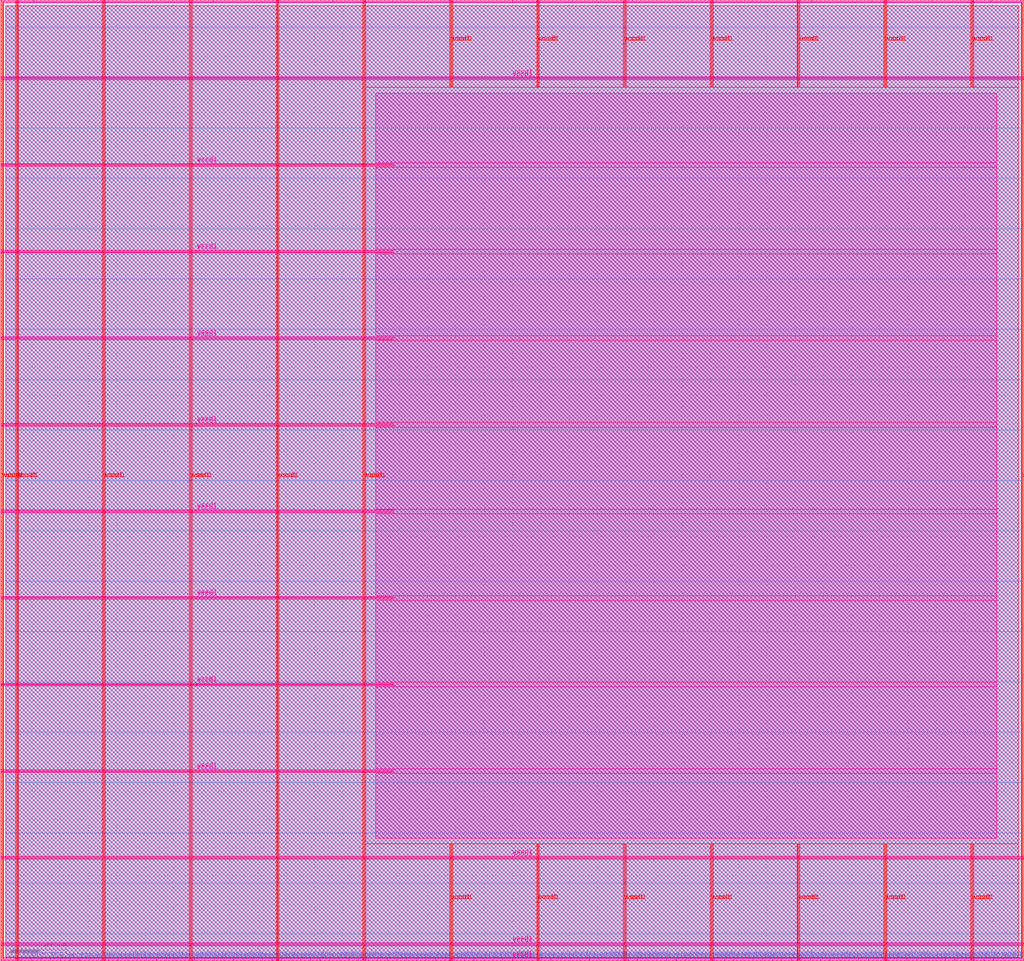
<source format=lef>
VERSION 5.7 ;
  NOWIREEXTENSIONATPIN ON ;
  DIVIDERCHAR "/" ;
  BUSBITCHARS "[]" ;
MACRO top_wrapper
  CLASS BLOCK ;
  FOREIGN top_wrapper ;
  ORIGIN 0.000 0.000 ;
  SIZE 1800.000 BY 1700.000 ;
  PIN ADC_OUT_OBS[0]
    DIRECTION OUTPUT ;
    USE SIGNAL ;
    PORT
      LAYER met3 ;
        RECT 1796.000 1472.920 1800.000 1473.520 ;
    END
  END ADC_OUT_OBS[0]
  PIN ADC_OUT_OBS[1]
    DIRECTION OUTPUT ;
    USE SIGNAL ;
    PORT
      LAYER met3 ;
        RECT 1796.000 1562.000 1800.000 1562.600 ;
    END
  END ADC_OUT_OBS[1]
  PIN ADC_OUT_OBS[2]
    DIRECTION OUTPUT ;
    USE SIGNAL ;
    PORT
      LAYER met3 ;
        RECT 1796.000 1651.080 1800.000 1651.680 ;
    END
  END ADC_OUT_OBS[2]
  PIN BL0
    DIRECTION INOUT ;
    USE SIGNAL ;
    PORT
      LAYER met2 ;
        RECT 1767.870 0.000 1768.150 4.000 ;
    END
  END BL0
  PIN CSA[0]
    DIRECTION OUTPUT ;
    USE SIGNAL ;
    PORT
      LAYER met3 ;
        RECT 1796.000 47.640 1800.000 48.240 ;
    END
  END CSA[0]
  PIN CSA[10]
    DIRECTION OUTPUT ;
    USE SIGNAL ;
    PORT
      LAYER met3 ;
        RECT 1796.000 938.440 1800.000 939.040 ;
    END
  END CSA[10]
  PIN CSA[11]
    DIRECTION OUTPUT ;
    USE SIGNAL ;
    PORT
      LAYER met3 ;
        RECT 1796.000 1027.520 1800.000 1028.120 ;
    END
  END CSA[11]
  PIN CSA[12]
    DIRECTION OUTPUT ;
    USE SIGNAL ;
    PORT
      LAYER met3 ;
        RECT 1796.000 1116.600 1800.000 1117.200 ;
    END
  END CSA[12]
  PIN CSA[13]
    DIRECTION OUTPUT ;
    USE SIGNAL ;
    PORT
      LAYER met3 ;
        RECT 1796.000 1205.680 1800.000 1206.280 ;
    END
  END CSA[13]
  PIN CSA[14]
    DIRECTION OUTPUT ;
    USE SIGNAL ;
    PORT
      LAYER met3 ;
        RECT 1796.000 1294.760 1800.000 1295.360 ;
    END
  END CSA[14]
  PIN CSA[15]
    DIRECTION OUTPUT ;
    USE SIGNAL ;
    PORT
      LAYER met3 ;
        RECT 1796.000 1383.840 1800.000 1384.440 ;
    END
  END CSA[15]
  PIN CSA[1]
    DIRECTION OUTPUT ;
    USE SIGNAL ;
    PORT
      LAYER met3 ;
        RECT 1796.000 136.720 1800.000 137.320 ;
    END
  END CSA[1]
  PIN CSA[2]
    DIRECTION OUTPUT ;
    USE SIGNAL ;
    PORT
      LAYER met3 ;
        RECT 1796.000 225.800 1800.000 226.400 ;
    END
  END CSA[2]
  PIN CSA[3]
    DIRECTION OUTPUT ;
    USE SIGNAL ;
    PORT
      LAYER met3 ;
        RECT 1796.000 314.880 1800.000 315.480 ;
    END
  END CSA[3]
  PIN CSA[4]
    DIRECTION OUTPUT ;
    USE SIGNAL ;
    PORT
      LAYER met3 ;
        RECT 1796.000 403.960 1800.000 404.560 ;
    END
  END CSA[4]
  PIN CSA[5]
    DIRECTION OUTPUT ;
    USE SIGNAL ;
    PORT
      LAYER met3 ;
        RECT 1796.000 493.040 1800.000 493.640 ;
    END
  END CSA[5]
  PIN CSA[6]
    DIRECTION OUTPUT ;
    USE SIGNAL ;
    PORT
      LAYER met3 ;
        RECT 1796.000 582.120 1800.000 582.720 ;
    END
  END CSA[6]
  PIN CSA[7]
    DIRECTION OUTPUT ;
    USE SIGNAL ;
    PORT
      LAYER met3 ;
        RECT 1796.000 671.200 1800.000 671.800 ;
    END
  END CSA[7]
  PIN CSA[8]
    DIRECTION OUTPUT ;
    USE SIGNAL ;
    PORT
      LAYER met3 ;
        RECT 1796.000 760.280 1800.000 760.880 ;
    END
  END CSA[8]
  PIN CSA[9]
    DIRECTION OUTPUT ;
    USE SIGNAL ;
    PORT
      LAYER met3 ;
        RECT 1796.000 849.360 1800.000 849.960 ;
    END
  END CSA[9]
  PIN REF_CSA
    DIRECTION INOUT ;
    USE SIGNAL ;
    PORT
      LAYER met2 ;
        RECT 1640.450 1696.000 1640.730 1700.000 ;
    END
  END REF_CSA
  PIN SL0
    DIRECTION INOUT ;
    USE SIGNAL ;
    PORT
      LAYER met2 ;
        RECT 1733.830 0.000 1734.110 4.000 ;
    END
  END SL0
  PIN V0_REF_ADC
    DIRECTION INOUT ;
    USE SIGNAL ;
    PORT
      LAYER met2 ;
        RECT 1323.050 1696.000 1323.330 1700.000 ;
    END
  END V0_REF_ADC
  PIN V1_BL
    DIRECTION INOUT ;
    USE SIGNAL ;
    PORT
      LAYER met2 ;
        RECT 899.850 1696.000 900.130 1700.000 ;
    END
  END V1_BL
  PIN V1_REF_ADC
    DIRECTION INOUT ;
    USE SIGNAL ;
    PORT
      LAYER met2 ;
        RECT 1428.850 1696.000 1429.130 1700.000 ;
    END
  END V1_REF_ADC
  PIN V1_SL
    DIRECTION INOUT ;
    USE SIGNAL ;
    PORT
      LAYER met2 ;
        RECT 476.650 1696.000 476.930 1700.000 ;
    END
  END V1_SL
  PIN V1_WL
    DIRECTION INOUT ;
    USE SIGNAL ;
    PORT
      LAYER met2 ;
        RECT 53.450 1696.000 53.730 1700.000 ;
    END
  END V1_WL
  PIN V2_BL
    DIRECTION INOUT ;
    USE SIGNAL ;
    PORT
      LAYER met2 ;
        RECT 1005.650 1696.000 1005.930 1700.000 ;
    END
  END V2_BL
  PIN V2_REF_ADC
    DIRECTION INOUT ;
    USE SIGNAL ;
    PORT
      LAYER met2 ;
        RECT 1534.650 1696.000 1534.930 1700.000 ;
    END
  END V2_REF_ADC
  PIN V2_SL
    DIRECTION INOUT ;
    USE SIGNAL ;
    PORT
      LAYER met2 ;
        RECT 582.450 1696.000 582.730 1700.000 ;
    END
  END V2_SL
  PIN V2_WL
    DIRECTION INOUT ;
    USE SIGNAL ;
    PORT
      LAYER met2 ;
        RECT 159.250 1696.000 159.530 1700.000 ;
    END
  END V2_WL
  PIN V3_BL
    DIRECTION INOUT ;
    USE SIGNAL ;
    PORT
      LAYER met2 ;
        RECT 1111.450 1696.000 1111.730 1700.000 ;
    END
  END V3_BL
  PIN V3_SL
    DIRECTION INOUT ;
    USE SIGNAL ;
    PORT
      LAYER met2 ;
        RECT 688.250 1696.000 688.530 1700.000 ;
    END
  END V3_SL
  PIN V3_WL
    DIRECTION INOUT ;
    USE SIGNAL ;
    PORT
      LAYER met2 ;
        RECT 265.050 1696.000 265.330 1700.000 ;
    END
  END V3_WL
  PIN V4_BL
    DIRECTION INOUT ;
    USE SIGNAL ;
    PORT
      LAYER met2 ;
        RECT 1217.250 1696.000 1217.530 1700.000 ;
    END
  END V4_BL
  PIN V4_SL
    DIRECTION INOUT ;
    USE SIGNAL ;
    PORT
      LAYER met2 ;
        RECT 794.050 1696.000 794.330 1700.000 ;
    END
  END V4_SL
  PIN V4_WL
    DIRECTION INOUT ;
    USE SIGNAL ;
    PORT
      LAYER met2 ;
        RECT 370.850 1696.000 371.130 1700.000 ;
    END
  END V4_WL
  PIN VDD_PRE
    DIRECTION INOUT ;
    USE SIGNAL ;
    PORT
      LAYER met2 ;
        RECT 1746.250 1696.000 1746.530 1700.000 ;
    END
  END VDD_PRE
  PIN WL0
    DIRECTION INOUT ;
    USE SIGNAL ;
    PORT
      LAYER met2 ;
        RECT 1750.850 0.000 1751.130 4.000 ;
    END
  END WL0
  PIN clk
    DIRECTION INPUT ;
    USE SIGNAL ;
    PORT
      LAYER met2 ;
        RECT 48.850 0.000 49.130 4.000 ;
    END
  END clk
  PIN enable_IM
    DIRECTION INPUT ;
    USE SIGNAL ;
    PORT
      LAYER met2 ;
        RECT 31.830 0.000 32.110 4.000 ;
    END
  END enable_IM
  PIN rst
    DIRECTION INPUT ;
    USE SIGNAL ;
    PORT
      LAYER met2 ;
        RECT 65.870 0.000 66.150 4.000 ;
    END
  END rst
  PIN vccd1
    DIRECTION INOUT ;
    USE POWER ;
    PORT
      LAYER met4 ;
        RECT -2.080 3.280 -0.480 1696.720 ;
    END
    PORT
      LAYER met5 ;
        RECT -2.080 3.280 1802.060 4.880 ;
    END
    PORT
      LAYER met5 ;
        RECT -2.080 1695.120 1802.060 1696.720 ;
    END
    PORT
      LAYER met4 ;
        RECT 1800.460 3.280 1802.060 1696.720 ;
    END
    PORT
      LAYER met4 ;
        RECT 21.040 -0.020 22.640 1700.020 ;
    END
    PORT
      LAYER met4 ;
        RECT 174.640 -0.020 176.240 1700.020 ;
    END
    PORT
      LAYER met4 ;
        RECT 328.240 -0.020 329.840 1700.020 ;
    END
    PORT
      LAYER met4 ;
        RECT 481.840 -0.020 483.440 1700.020 ;
    END
    PORT
      LAYER met4 ;
        RECT 635.440 -0.020 637.040 1700.020 ;
    END
    PORT
      LAYER met4 ;
        RECT 789.040 -0.020 790.640 206.780 ;
    END
    PORT
      LAYER met4 ;
        RECT 789.040 1545.180 790.640 1700.020 ;
    END
    PORT
      LAYER met4 ;
        RECT 942.640 -0.020 944.240 206.780 ;
    END
    PORT
      LAYER met4 ;
        RECT 942.640 1545.180 944.240 1700.020 ;
    END
    PORT
      LAYER met4 ;
        RECT 1096.240 -0.020 1097.840 206.780 ;
    END
    PORT
      LAYER met4 ;
        RECT 1096.240 1545.180 1097.840 1700.020 ;
    END
    PORT
      LAYER met4 ;
        RECT 1249.840 -0.020 1251.440 206.780 ;
    END
    PORT
      LAYER met4 ;
        RECT 1249.840 1545.180 1251.440 1700.020 ;
    END
    PORT
      LAYER met4 ;
        RECT 1403.440 -0.020 1405.040 206.780 ;
    END
    PORT
      LAYER met4 ;
        RECT 1403.440 1545.180 1405.040 1700.020 ;
    END
    PORT
      LAYER met4 ;
        RECT 1557.040 -0.020 1558.640 206.780 ;
    END
    PORT
      LAYER met4 ;
        RECT 1557.040 1545.180 1558.640 1700.020 ;
    END
    PORT
      LAYER met4 ;
        RECT 1710.640 -0.020 1712.240 206.780 ;
    END
    PORT
      LAYER met4 ;
        RECT 1710.640 1545.180 1712.240 1700.020 ;
    END
    PORT
      LAYER met5 ;
        RECT -5.380 26.730 1805.360 28.330 ;
    END
    PORT
      LAYER met5 ;
        RECT -5.380 179.910 1805.360 181.510 ;
    END
    PORT
      LAYER met5 ;
        RECT -5.380 333.090 688.340 334.690 ;
    END
    PORT
      LAYER met5 ;
        RECT -5.380 486.270 688.340 487.870 ;
    END
    PORT
      LAYER met5 ;
        RECT -5.380 639.450 688.340 641.050 ;
    END
    PORT
      LAYER met5 ;
        RECT -5.380 792.630 688.340 794.230 ;
    END
    PORT
      LAYER met5 ;
        RECT -5.380 945.810 688.340 947.410 ;
    END
    PORT
      LAYER met5 ;
        RECT -5.380 1098.990 688.340 1100.590 ;
    END
    PORT
      LAYER met5 ;
        RECT -5.380 1252.170 688.340 1253.770 ;
    END
    PORT
      LAYER met5 ;
        RECT -5.380 1405.350 688.340 1406.950 ;
    END
    PORT
      LAYER met5 ;
        RECT -5.380 1558.530 1805.360 1560.130 ;
    END
  END vccd1
  PIN vssd1
    DIRECTION INOUT ;
    USE GROUND ;
    PORT
      LAYER met4 ;
        RECT -5.380 -0.020 -3.780 1700.020 ;
    END
    PORT
      LAYER met5 ;
        RECT -5.380 -0.020 1805.360 1.580 ;
    END
    PORT
      LAYER met5 ;
        RECT -5.380 1698.420 1805.360 1700.020 ;
    END
    PORT
      LAYER met4 ;
        RECT 1803.760 -0.020 1805.360 1700.020 ;
    END
    PORT
      LAYER met4 ;
        RECT 24.340 -0.020 25.940 1700.020 ;
    END
    PORT
      LAYER met4 ;
        RECT 177.940 -0.020 179.540 1700.020 ;
    END
    PORT
      LAYER met4 ;
        RECT 331.540 -0.020 333.140 1700.020 ;
    END
    PORT
      LAYER met4 ;
        RECT 485.140 -0.020 486.740 1700.020 ;
    END
    PORT
      LAYER met4 ;
        RECT 638.740 -0.020 640.340 1700.020 ;
    END
    PORT
      LAYER met4 ;
        RECT 792.340 -0.020 793.940 206.780 ;
    END
    PORT
      LAYER met4 ;
        RECT 792.340 1545.180 793.940 1700.020 ;
    END
    PORT
      LAYER met4 ;
        RECT 945.940 -0.020 947.540 206.780 ;
    END
    PORT
      LAYER met4 ;
        RECT 945.940 1545.180 947.540 1700.020 ;
    END
    PORT
      LAYER met4 ;
        RECT 1099.540 -0.020 1101.140 206.780 ;
    END
    PORT
      LAYER met4 ;
        RECT 1099.540 1545.180 1101.140 1700.020 ;
    END
    PORT
      LAYER met4 ;
        RECT 1253.140 -0.020 1254.740 206.780 ;
    END
    PORT
      LAYER met4 ;
        RECT 1253.140 1545.180 1254.740 1700.020 ;
    END
    PORT
      LAYER met4 ;
        RECT 1406.740 -0.020 1408.340 206.780 ;
    END
    PORT
      LAYER met4 ;
        RECT 1406.740 1545.180 1408.340 1700.020 ;
    END
    PORT
      LAYER met4 ;
        RECT 1560.340 -0.020 1561.940 206.780 ;
    END
    PORT
      LAYER met4 ;
        RECT 1560.340 1545.180 1561.940 1700.020 ;
    END
    PORT
      LAYER met4 ;
        RECT 1713.940 -0.020 1715.540 206.780 ;
    END
    PORT
      LAYER met4 ;
        RECT 1713.940 1545.180 1715.540 1700.020 ;
    END
    PORT
      LAYER met5 ;
        RECT -5.380 30.030 1805.360 31.630 ;
    END
    PORT
      LAYER met5 ;
        RECT -5.380 183.210 1805.360 184.810 ;
    END
    PORT
      LAYER met5 ;
        RECT -5.380 336.390 688.340 337.990 ;
    END
    PORT
      LAYER met5 ;
        RECT -5.380 489.570 688.340 491.170 ;
    END
    PORT
      LAYER met5 ;
        RECT -5.380 642.750 688.340 644.350 ;
    END
    PORT
      LAYER met5 ;
        RECT -5.380 795.930 688.340 797.530 ;
    END
    PORT
      LAYER met5 ;
        RECT -5.380 949.110 688.340 950.710 ;
    END
    PORT
      LAYER met5 ;
        RECT -5.380 1102.290 688.340 1103.890 ;
    END
    PORT
      LAYER met5 ;
        RECT -5.380 1255.470 688.340 1257.070 ;
    END
    PORT
      LAYER met5 ;
        RECT -5.380 1408.650 688.340 1410.250 ;
    END
    PORT
      LAYER met5 ;
        RECT -5.380 1561.830 1805.360 1563.430 ;
    END
  END vssd1
  PIN wbs_we_i
    DIRECTION INPUT ;
    USE SIGNAL ;
    PORT
      LAYER met2 ;
        RECT 82.890 0.000 83.170 4.000 ;
    END
  END wbs_we_i
  PIN wishbone_address_bus[0]
    DIRECTION INPUT ;
    USE SIGNAL ;
    PORT
      LAYER met2 ;
        RECT 99.910 0.000 100.190 4.000 ;
    END
  END wishbone_address_bus[0]
  PIN wishbone_address_bus[10]
    DIRECTION INPUT ;
    USE SIGNAL ;
    PORT
      LAYER met2 ;
        RECT 610.510 0.000 610.790 4.000 ;
    END
  END wishbone_address_bus[10]
  PIN wishbone_address_bus[11]
    DIRECTION INPUT ;
    USE SIGNAL ;
    PORT
      LAYER met2 ;
        RECT 661.570 0.000 661.850 4.000 ;
    END
  END wishbone_address_bus[11]
  PIN wishbone_address_bus[12]
    DIRECTION INPUT ;
    USE SIGNAL ;
    PORT
      LAYER met2 ;
        RECT 712.630 0.000 712.910 4.000 ;
    END
  END wishbone_address_bus[12]
  PIN wishbone_address_bus[13]
    DIRECTION INPUT ;
    USE SIGNAL ;
    PORT
      LAYER met2 ;
        RECT 763.690 0.000 763.970 4.000 ;
    END
  END wishbone_address_bus[13]
  PIN wishbone_address_bus[14]
    DIRECTION INPUT ;
    USE SIGNAL ;
    PORT
      LAYER met2 ;
        RECT 814.750 0.000 815.030 4.000 ;
    END
  END wishbone_address_bus[14]
  PIN wishbone_address_bus[15]
    DIRECTION INPUT ;
    USE SIGNAL ;
    PORT
      LAYER met2 ;
        RECT 865.810 0.000 866.090 4.000 ;
    END
  END wishbone_address_bus[15]
  PIN wishbone_address_bus[16]
    DIRECTION INPUT ;
    USE SIGNAL ;
    PORT
      LAYER met2 ;
        RECT 916.870 0.000 917.150 4.000 ;
    END
  END wishbone_address_bus[16]
  PIN wishbone_address_bus[17]
    DIRECTION INPUT ;
    USE SIGNAL ;
    PORT
      LAYER met2 ;
        RECT 967.930 0.000 968.210 4.000 ;
    END
  END wishbone_address_bus[17]
  PIN wishbone_address_bus[18]
    DIRECTION INPUT ;
    USE SIGNAL ;
    PORT
      LAYER met2 ;
        RECT 1018.990 0.000 1019.270 4.000 ;
    END
  END wishbone_address_bus[18]
  PIN wishbone_address_bus[19]
    DIRECTION INPUT ;
    USE SIGNAL ;
    PORT
      LAYER met2 ;
        RECT 1070.050 0.000 1070.330 4.000 ;
    END
  END wishbone_address_bus[19]
  PIN wishbone_address_bus[1]
    DIRECTION INPUT ;
    USE SIGNAL ;
    PORT
      LAYER met2 ;
        RECT 150.970 0.000 151.250 4.000 ;
    END
  END wishbone_address_bus[1]
  PIN wishbone_address_bus[20]
    DIRECTION INPUT ;
    USE SIGNAL ;
    PORT
      LAYER met2 ;
        RECT 1121.110 0.000 1121.390 4.000 ;
    END
  END wishbone_address_bus[20]
  PIN wishbone_address_bus[21]
    DIRECTION INPUT ;
    USE SIGNAL ;
    PORT
      LAYER met2 ;
        RECT 1172.170 0.000 1172.450 4.000 ;
    END
  END wishbone_address_bus[21]
  PIN wishbone_address_bus[22]
    DIRECTION INPUT ;
    USE SIGNAL ;
    PORT
      LAYER met2 ;
        RECT 1223.230 0.000 1223.510 4.000 ;
    END
  END wishbone_address_bus[22]
  PIN wishbone_address_bus[23]
    DIRECTION INPUT ;
    USE SIGNAL ;
    PORT
      LAYER met2 ;
        RECT 1274.290 0.000 1274.570 4.000 ;
    END
  END wishbone_address_bus[23]
  PIN wishbone_address_bus[24]
    DIRECTION INPUT ;
    USE SIGNAL ;
    PORT
      LAYER met2 ;
        RECT 1325.350 0.000 1325.630 4.000 ;
    END
  END wishbone_address_bus[24]
  PIN wishbone_address_bus[25]
    DIRECTION INPUT ;
    USE SIGNAL ;
    PORT
      LAYER met2 ;
        RECT 1376.410 0.000 1376.690 4.000 ;
    END
  END wishbone_address_bus[25]
  PIN wishbone_address_bus[26]
    DIRECTION INPUT ;
    USE SIGNAL ;
    PORT
      LAYER met2 ;
        RECT 1427.470 0.000 1427.750 4.000 ;
    END
  END wishbone_address_bus[26]
  PIN wishbone_address_bus[27]
    DIRECTION INPUT ;
    USE SIGNAL ;
    PORT
      LAYER met2 ;
        RECT 1478.530 0.000 1478.810 4.000 ;
    END
  END wishbone_address_bus[27]
  PIN wishbone_address_bus[28]
    DIRECTION INPUT ;
    USE SIGNAL ;
    PORT
      LAYER met2 ;
        RECT 1529.590 0.000 1529.870 4.000 ;
    END
  END wishbone_address_bus[28]
  PIN wishbone_address_bus[29]
    DIRECTION INPUT ;
    USE SIGNAL ;
    PORT
      LAYER met2 ;
        RECT 1580.650 0.000 1580.930 4.000 ;
    END
  END wishbone_address_bus[29]
  PIN wishbone_address_bus[2]
    DIRECTION INPUT ;
    USE SIGNAL ;
    PORT
      LAYER met2 ;
        RECT 202.030 0.000 202.310 4.000 ;
    END
  END wishbone_address_bus[2]
  PIN wishbone_address_bus[30]
    DIRECTION INPUT ;
    USE SIGNAL ;
    PORT
      LAYER met2 ;
        RECT 1631.710 0.000 1631.990 4.000 ;
    END
  END wishbone_address_bus[30]
  PIN wishbone_address_bus[31]
    DIRECTION INPUT ;
    USE SIGNAL ;
    PORT
      LAYER met2 ;
        RECT 1682.770 0.000 1683.050 4.000 ;
    END
  END wishbone_address_bus[31]
  PIN wishbone_address_bus[3]
    DIRECTION INPUT ;
    USE SIGNAL ;
    PORT
      LAYER met2 ;
        RECT 253.090 0.000 253.370 4.000 ;
    END
  END wishbone_address_bus[3]
  PIN wishbone_address_bus[4]
    DIRECTION INPUT ;
    USE SIGNAL ;
    PORT
      LAYER met2 ;
        RECT 304.150 0.000 304.430 4.000 ;
    END
  END wishbone_address_bus[4]
  PIN wishbone_address_bus[5]
    DIRECTION INPUT ;
    USE SIGNAL ;
    PORT
      LAYER met2 ;
        RECT 355.210 0.000 355.490 4.000 ;
    END
  END wishbone_address_bus[5]
  PIN wishbone_address_bus[6]
    DIRECTION INPUT ;
    USE SIGNAL ;
    PORT
      LAYER met2 ;
        RECT 406.270 0.000 406.550 4.000 ;
    END
  END wishbone_address_bus[6]
  PIN wishbone_address_bus[7]
    DIRECTION INPUT ;
    USE SIGNAL ;
    PORT
      LAYER met2 ;
        RECT 457.330 0.000 457.610 4.000 ;
    END
  END wishbone_address_bus[7]
  PIN wishbone_address_bus[8]
    DIRECTION INPUT ;
    USE SIGNAL ;
    PORT
      LAYER met2 ;
        RECT 508.390 0.000 508.670 4.000 ;
    END
  END wishbone_address_bus[8]
  PIN wishbone_address_bus[9]
    DIRECTION INPUT ;
    USE SIGNAL ;
    PORT
      LAYER met2 ;
        RECT 559.450 0.000 559.730 4.000 ;
    END
  END wishbone_address_bus[9]
  PIN wishbone_data_in[0]
    DIRECTION INPUT ;
    USE SIGNAL ;
    PORT
      LAYER met2 ;
        RECT 116.930 0.000 117.210 4.000 ;
    END
  END wishbone_data_in[0]
  PIN wishbone_data_in[10]
    DIRECTION INPUT ;
    USE SIGNAL ;
    PORT
      LAYER met2 ;
        RECT 627.530 0.000 627.810 4.000 ;
    END
  END wishbone_data_in[10]
  PIN wishbone_data_in[11]
    DIRECTION INPUT ;
    USE SIGNAL ;
    PORT
      LAYER met2 ;
        RECT 678.590 0.000 678.870 4.000 ;
    END
  END wishbone_data_in[11]
  PIN wishbone_data_in[12]
    DIRECTION INPUT ;
    USE SIGNAL ;
    PORT
      LAYER met2 ;
        RECT 729.650 0.000 729.930 4.000 ;
    END
  END wishbone_data_in[12]
  PIN wishbone_data_in[13]
    DIRECTION INPUT ;
    USE SIGNAL ;
    PORT
      LAYER met2 ;
        RECT 780.710 0.000 780.990 4.000 ;
    END
  END wishbone_data_in[13]
  PIN wishbone_data_in[14]
    DIRECTION INPUT ;
    USE SIGNAL ;
    PORT
      LAYER met2 ;
        RECT 831.770 0.000 832.050 4.000 ;
    END
  END wishbone_data_in[14]
  PIN wishbone_data_in[15]
    DIRECTION INPUT ;
    USE SIGNAL ;
    PORT
      LAYER met2 ;
        RECT 882.830 0.000 883.110 4.000 ;
    END
  END wishbone_data_in[15]
  PIN wishbone_data_in[16]
    DIRECTION INPUT ;
    USE SIGNAL ;
    PORT
      LAYER met2 ;
        RECT 933.890 0.000 934.170 4.000 ;
    END
  END wishbone_data_in[16]
  PIN wishbone_data_in[17]
    DIRECTION INPUT ;
    USE SIGNAL ;
    PORT
      LAYER met2 ;
        RECT 984.950 0.000 985.230 4.000 ;
    END
  END wishbone_data_in[17]
  PIN wishbone_data_in[18]
    DIRECTION INPUT ;
    USE SIGNAL ;
    PORT
      LAYER met2 ;
        RECT 1036.010 0.000 1036.290 4.000 ;
    END
  END wishbone_data_in[18]
  PIN wishbone_data_in[19]
    DIRECTION INPUT ;
    USE SIGNAL ;
    PORT
      LAYER met2 ;
        RECT 1087.070 0.000 1087.350 4.000 ;
    END
  END wishbone_data_in[19]
  PIN wishbone_data_in[1]
    DIRECTION INPUT ;
    USE SIGNAL ;
    PORT
      LAYER met2 ;
        RECT 167.990 0.000 168.270 4.000 ;
    END
  END wishbone_data_in[1]
  PIN wishbone_data_in[20]
    DIRECTION INPUT ;
    USE SIGNAL ;
    PORT
      LAYER met2 ;
        RECT 1138.130 0.000 1138.410 4.000 ;
    END
  END wishbone_data_in[20]
  PIN wishbone_data_in[21]
    DIRECTION INPUT ;
    USE SIGNAL ;
    PORT
      LAYER met2 ;
        RECT 1189.190 0.000 1189.470 4.000 ;
    END
  END wishbone_data_in[21]
  PIN wishbone_data_in[22]
    DIRECTION INPUT ;
    USE SIGNAL ;
    PORT
      LAYER met2 ;
        RECT 1240.250 0.000 1240.530 4.000 ;
    END
  END wishbone_data_in[22]
  PIN wishbone_data_in[23]
    DIRECTION INPUT ;
    USE SIGNAL ;
    PORT
      LAYER met2 ;
        RECT 1291.310 0.000 1291.590 4.000 ;
    END
  END wishbone_data_in[23]
  PIN wishbone_data_in[24]
    DIRECTION INPUT ;
    USE SIGNAL ;
    PORT
      LAYER met2 ;
        RECT 1342.370 0.000 1342.650 4.000 ;
    END
  END wishbone_data_in[24]
  PIN wishbone_data_in[25]
    DIRECTION INPUT ;
    USE SIGNAL ;
    PORT
      LAYER met2 ;
        RECT 1393.430 0.000 1393.710 4.000 ;
    END
  END wishbone_data_in[25]
  PIN wishbone_data_in[26]
    DIRECTION INPUT ;
    USE SIGNAL ;
    PORT
      LAYER met2 ;
        RECT 1444.490 0.000 1444.770 4.000 ;
    END
  END wishbone_data_in[26]
  PIN wishbone_data_in[27]
    DIRECTION INPUT ;
    USE SIGNAL ;
    PORT
      LAYER met2 ;
        RECT 1495.550 0.000 1495.830 4.000 ;
    END
  END wishbone_data_in[27]
  PIN wishbone_data_in[28]
    DIRECTION INPUT ;
    USE SIGNAL ;
    PORT
      LAYER met2 ;
        RECT 1546.610 0.000 1546.890 4.000 ;
    END
  END wishbone_data_in[28]
  PIN wishbone_data_in[29]
    DIRECTION INPUT ;
    USE SIGNAL ;
    PORT
      LAYER met2 ;
        RECT 1597.670 0.000 1597.950 4.000 ;
    END
  END wishbone_data_in[29]
  PIN wishbone_data_in[2]
    DIRECTION INPUT ;
    USE SIGNAL ;
    PORT
      LAYER met2 ;
        RECT 219.050 0.000 219.330 4.000 ;
    END
  END wishbone_data_in[2]
  PIN wishbone_data_in[30]
    DIRECTION INPUT ;
    USE SIGNAL ;
    PORT
      LAYER met2 ;
        RECT 1648.730 0.000 1649.010 4.000 ;
    END
  END wishbone_data_in[30]
  PIN wishbone_data_in[31]
    DIRECTION INPUT ;
    USE SIGNAL ;
    PORT
      LAYER met2 ;
        RECT 1699.790 0.000 1700.070 4.000 ;
    END
  END wishbone_data_in[31]
  PIN wishbone_data_in[3]
    DIRECTION INPUT ;
    USE SIGNAL ;
    PORT
      LAYER met2 ;
        RECT 270.110 0.000 270.390 4.000 ;
    END
  END wishbone_data_in[3]
  PIN wishbone_data_in[4]
    DIRECTION INPUT ;
    USE SIGNAL ;
    PORT
      LAYER met2 ;
        RECT 321.170 0.000 321.450 4.000 ;
    END
  END wishbone_data_in[4]
  PIN wishbone_data_in[5]
    DIRECTION INPUT ;
    USE SIGNAL ;
    PORT
      LAYER met2 ;
        RECT 372.230 0.000 372.510 4.000 ;
    END
  END wishbone_data_in[5]
  PIN wishbone_data_in[6]
    DIRECTION INPUT ;
    USE SIGNAL ;
    PORT
      LAYER met2 ;
        RECT 423.290 0.000 423.570 4.000 ;
    END
  END wishbone_data_in[6]
  PIN wishbone_data_in[7]
    DIRECTION INPUT ;
    USE SIGNAL ;
    PORT
      LAYER met2 ;
        RECT 474.350 0.000 474.630 4.000 ;
    END
  END wishbone_data_in[7]
  PIN wishbone_data_in[8]
    DIRECTION INPUT ;
    USE SIGNAL ;
    PORT
      LAYER met2 ;
        RECT 525.410 0.000 525.690 4.000 ;
    END
  END wishbone_data_in[8]
  PIN wishbone_data_in[9]
    DIRECTION INPUT ;
    USE SIGNAL ;
    PORT
      LAYER met2 ;
        RECT 576.470 0.000 576.750 4.000 ;
    END
  END wishbone_data_in[9]
  PIN wishbone_data_out[0]
    DIRECTION OUTPUT ;
    USE SIGNAL ;
    PORT
      LAYER met2 ;
        RECT 133.950 0.000 134.230 4.000 ;
    END
  END wishbone_data_out[0]
  PIN wishbone_data_out[10]
    DIRECTION OUTPUT ;
    USE SIGNAL ;
    PORT
      LAYER met2 ;
        RECT 644.550 0.000 644.830 4.000 ;
    END
  END wishbone_data_out[10]
  PIN wishbone_data_out[11]
    DIRECTION OUTPUT ;
    USE SIGNAL ;
    PORT
      LAYER met2 ;
        RECT 695.610 0.000 695.890 4.000 ;
    END
  END wishbone_data_out[11]
  PIN wishbone_data_out[12]
    DIRECTION OUTPUT ;
    USE SIGNAL ;
    PORT
      LAYER met2 ;
        RECT 746.670 0.000 746.950 4.000 ;
    END
  END wishbone_data_out[12]
  PIN wishbone_data_out[13]
    DIRECTION OUTPUT ;
    USE SIGNAL ;
    PORT
      LAYER met2 ;
        RECT 797.730 0.000 798.010 4.000 ;
    END
  END wishbone_data_out[13]
  PIN wishbone_data_out[14]
    DIRECTION OUTPUT ;
    USE SIGNAL ;
    PORT
      LAYER met2 ;
        RECT 848.790 0.000 849.070 4.000 ;
    END
  END wishbone_data_out[14]
  PIN wishbone_data_out[15]
    DIRECTION OUTPUT ;
    USE SIGNAL ;
    PORT
      LAYER met2 ;
        RECT 899.850 0.000 900.130 4.000 ;
    END
  END wishbone_data_out[15]
  PIN wishbone_data_out[16]
    DIRECTION OUTPUT ;
    USE SIGNAL ;
    PORT
      LAYER met2 ;
        RECT 950.910 0.000 951.190 4.000 ;
    END
  END wishbone_data_out[16]
  PIN wishbone_data_out[17]
    DIRECTION OUTPUT ;
    USE SIGNAL ;
    PORT
      LAYER met2 ;
        RECT 1001.970 0.000 1002.250 4.000 ;
    END
  END wishbone_data_out[17]
  PIN wishbone_data_out[18]
    DIRECTION OUTPUT ;
    USE SIGNAL ;
    PORT
      LAYER met2 ;
        RECT 1053.030 0.000 1053.310 4.000 ;
    END
  END wishbone_data_out[18]
  PIN wishbone_data_out[19]
    DIRECTION OUTPUT ;
    USE SIGNAL ;
    PORT
      LAYER met2 ;
        RECT 1104.090 0.000 1104.370 4.000 ;
    END
  END wishbone_data_out[19]
  PIN wishbone_data_out[1]
    DIRECTION OUTPUT ;
    USE SIGNAL ;
    PORT
      LAYER met2 ;
        RECT 185.010 0.000 185.290 4.000 ;
    END
  END wishbone_data_out[1]
  PIN wishbone_data_out[20]
    DIRECTION OUTPUT ;
    USE SIGNAL ;
    PORT
      LAYER met2 ;
        RECT 1155.150 0.000 1155.430 4.000 ;
    END
  END wishbone_data_out[20]
  PIN wishbone_data_out[21]
    DIRECTION OUTPUT ;
    USE SIGNAL ;
    PORT
      LAYER met2 ;
        RECT 1206.210 0.000 1206.490 4.000 ;
    END
  END wishbone_data_out[21]
  PIN wishbone_data_out[22]
    DIRECTION OUTPUT ;
    USE SIGNAL ;
    PORT
      LAYER met2 ;
        RECT 1257.270 0.000 1257.550 4.000 ;
    END
  END wishbone_data_out[22]
  PIN wishbone_data_out[23]
    DIRECTION OUTPUT ;
    USE SIGNAL ;
    PORT
      LAYER met2 ;
        RECT 1308.330 0.000 1308.610 4.000 ;
    END
  END wishbone_data_out[23]
  PIN wishbone_data_out[24]
    DIRECTION OUTPUT ;
    USE SIGNAL ;
    PORT
      LAYER met2 ;
        RECT 1359.390 0.000 1359.670 4.000 ;
    END
  END wishbone_data_out[24]
  PIN wishbone_data_out[25]
    DIRECTION OUTPUT ;
    USE SIGNAL ;
    PORT
      LAYER met2 ;
        RECT 1410.450 0.000 1410.730 4.000 ;
    END
  END wishbone_data_out[25]
  PIN wishbone_data_out[26]
    DIRECTION OUTPUT ;
    USE SIGNAL ;
    PORT
      LAYER met2 ;
        RECT 1461.510 0.000 1461.790 4.000 ;
    END
  END wishbone_data_out[26]
  PIN wishbone_data_out[27]
    DIRECTION OUTPUT ;
    USE SIGNAL ;
    PORT
      LAYER met2 ;
        RECT 1512.570 0.000 1512.850 4.000 ;
    END
  END wishbone_data_out[27]
  PIN wishbone_data_out[28]
    DIRECTION OUTPUT ;
    USE SIGNAL ;
    PORT
      LAYER met2 ;
        RECT 1563.630 0.000 1563.910 4.000 ;
    END
  END wishbone_data_out[28]
  PIN wishbone_data_out[29]
    DIRECTION OUTPUT ;
    USE SIGNAL ;
    PORT
      LAYER met2 ;
        RECT 1614.690 0.000 1614.970 4.000 ;
    END
  END wishbone_data_out[29]
  PIN wishbone_data_out[2]
    DIRECTION OUTPUT ;
    USE SIGNAL ;
    PORT
      LAYER met2 ;
        RECT 236.070 0.000 236.350 4.000 ;
    END
  END wishbone_data_out[2]
  PIN wishbone_data_out[30]
    DIRECTION OUTPUT ;
    USE SIGNAL ;
    PORT
      LAYER met2 ;
        RECT 1665.750 0.000 1666.030 4.000 ;
    END
  END wishbone_data_out[30]
  PIN wishbone_data_out[31]
    DIRECTION OUTPUT ;
    USE SIGNAL ;
    PORT
      LAYER met2 ;
        RECT 1716.810 0.000 1717.090 4.000 ;
    END
  END wishbone_data_out[31]
  PIN wishbone_data_out[3]
    DIRECTION OUTPUT ;
    USE SIGNAL ;
    PORT
      LAYER met2 ;
        RECT 287.130 0.000 287.410 4.000 ;
    END
  END wishbone_data_out[3]
  PIN wishbone_data_out[4]
    DIRECTION OUTPUT ;
    USE SIGNAL ;
    PORT
      LAYER met2 ;
        RECT 338.190 0.000 338.470 4.000 ;
    END
  END wishbone_data_out[4]
  PIN wishbone_data_out[5]
    DIRECTION OUTPUT ;
    USE SIGNAL ;
    PORT
      LAYER met2 ;
        RECT 389.250 0.000 389.530 4.000 ;
    END
  END wishbone_data_out[5]
  PIN wishbone_data_out[6]
    DIRECTION OUTPUT ;
    USE SIGNAL ;
    PORT
      LAYER met2 ;
        RECT 440.310 0.000 440.590 4.000 ;
    END
  END wishbone_data_out[6]
  PIN wishbone_data_out[7]
    DIRECTION OUTPUT ;
    USE SIGNAL ;
    PORT
      LAYER met2 ;
        RECT 491.370 0.000 491.650 4.000 ;
    END
  END wishbone_data_out[7]
  PIN wishbone_data_out[8]
    DIRECTION OUTPUT ;
    USE SIGNAL ;
    PORT
      LAYER met2 ;
        RECT 542.430 0.000 542.710 4.000 ;
    END
  END wishbone_data_out[8]
  PIN wishbone_data_out[9]
    DIRECTION OUTPUT ;
    USE SIGNAL ;
    PORT
      LAYER met2 ;
        RECT 593.490 0.000 593.770 4.000 ;
    END
  END wishbone_data_out[9]
  OBS
      LAYER li1 ;
        RECT 3.430 6.200 1794.770 1689.590 ;
      LAYER met1 ;
        RECT 3.430 1689.360 1794.770 1689.590 ;
        RECT 3.430 6.500 1799.910 1689.360 ;
        RECT 3.430 6.200 1794.770 6.500 ;
      LAYER met2 ;
        RECT 21.070 1695.720 53.170 1696.330 ;
        RECT 54.010 1695.720 158.970 1696.330 ;
        RECT 159.810 1695.720 264.770 1696.330 ;
        RECT 265.610 1695.720 370.570 1696.330 ;
        RECT 371.410 1695.720 476.370 1696.330 ;
        RECT 477.210 1695.720 582.170 1696.330 ;
        RECT 583.010 1695.720 687.970 1696.330 ;
        RECT 688.810 1695.720 793.770 1696.330 ;
        RECT 794.610 1695.720 899.570 1696.330 ;
        RECT 900.410 1695.720 1005.370 1696.330 ;
        RECT 1006.210 1695.720 1111.170 1696.330 ;
        RECT 1112.010 1695.720 1216.970 1696.330 ;
        RECT 1217.810 1695.720 1322.770 1696.330 ;
        RECT 1323.610 1695.720 1428.570 1696.330 ;
        RECT 1429.410 1695.720 1534.370 1696.330 ;
        RECT 1535.210 1695.720 1640.170 1696.330 ;
        RECT 1641.010 1695.720 1745.970 1696.330 ;
        RECT 1746.810 1695.720 1799.880 1696.330 ;
        RECT 21.070 1689.590 1799.880 1695.720 ;
        RECT 3.430 6.200 1799.880 1689.590 ;
        RECT 21.070 4.280 1799.880 6.200 ;
        RECT 21.070 3.670 31.550 4.280 ;
        RECT 32.390 3.670 48.570 4.280 ;
        RECT 49.410 3.670 65.590 4.280 ;
        RECT 66.430 3.670 82.610 4.280 ;
        RECT 83.450 3.670 99.630 4.280 ;
        RECT 100.470 3.670 116.650 4.280 ;
        RECT 117.490 3.670 133.670 4.280 ;
        RECT 134.510 3.670 150.690 4.280 ;
        RECT 151.530 3.670 167.710 4.280 ;
        RECT 168.550 3.670 184.730 4.280 ;
        RECT 185.570 3.670 201.750 4.280 ;
        RECT 202.590 3.670 218.770 4.280 ;
        RECT 219.610 3.670 235.790 4.280 ;
        RECT 236.630 3.670 252.810 4.280 ;
        RECT 253.650 3.670 269.830 4.280 ;
        RECT 270.670 3.670 286.850 4.280 ;
        RECT 287.690 3.670 303.870 4.280 ;
        RECT 304.710 3.670 320.890 4.280 ;
        RECT 321.730 3.670 337.910 4.280 ;
        RECT 338.750 3.670 354.930 4.280 ;
        RECT 355.770 3.670 371.950 4.280 ;
        RECT 372.790 3.670 388.970 4.280 ;
        RECT 389.810 3.670 405.990 4.280 ;
        RECT 406.830 3.670 423.010 4.280 ;
        RECT 423.850 3.670 440.030 4.280 ;
        RECT 440.870 3.670 457.050 4.280 ;
        RECT 457.890 3.670 474.070 4.280 ;
        RECT 474.910 3.670 491.090 4.280 ;
        RECT 491.930 3.670 508.110 4.280 ;
        RECT 508.950 3.670 525.130 4.280 ;
        RECT 525.970 3.670 542.150 4.280 ;
        RECT 542.990 3.670 559.170 4.280 ;
        RECT 560.010 3.670 576.190 4.280 ;
        RECT 577.030 3.670 593.210 4.280 ;
        RECT 594.050 3.670 610.230 4.280 ;
        RECT 611.070 3.670 627.250 4.280 ;
        RECT 628.090 3.670 644.270 4.280 ;
        RECT 645.110 3.670 661.290 4.280 ;
        RECT 662.130 3.670 678.310 4.280 ;
        RECT 679.150 3.670 695.330 4.280 ;
        RECT 696.170 3.670 712.350 4.280 ;
        RECT 713.190 3.670 729.370 4.280 ;
        RECT 730.210 3.670 746.390 4.280 ;
        RECT 747.230 3.670 763.410 4.280 ;
        RECT 764.250 3.670 780.430 4.280 ;
        RECT 781.270 3.670 797.450 4.280 ;
        RECT 798.290 3.670 814.470 4.280 ;
        RECT 815.310 3.670 831.490 4.280 ;
        RECT 832.330 3.670 848.510 4.280 ;
        RECT 849.350 3.670 865.530 4.280 ;
        RECT 866.370 3.670 882.550 4.280 ;
        RECT 883.390 3.670 899.570 4.280 ;
        RECT 900.410 3.670 916.590 4.280 ;
        RECT 917.430 3.670 933.610 4.280 ;
        RECT 934.450 3.670 950.630 4.280 ;
        RECT 951.470 3.670 967.650 4.280 ;
        RECT 968.490 3.670 984.670 4.280 ;
        RECT 985.510 3.670 1001.690 4.280 ;
        RECT 1002.530 3.670 1018.710 4.280 ;
        RECT 1019.550 3.670 1035.730 4.280 ;
        RECT 1036.570 3.670 1052.750 4.280 ;
        RECT 1053.590 3.670 1069.770 4.280 ;
        RECT 1070.610 3.670 1086.790 4.280 ;
        RECT 1087.630 3.670 1103.810 4.280 ;
        RECT 1104.650 3.670 1120.830 4.280 ;
        RECT 1121.670 3.670 1137.850 4.280 ;
        RECT 1138.690 3.670 1154.870 4.280 ;
        RECT 1155.710 3.670 1171.890 4.280 ;
        RECT 1172.730 3.670 1188.910 4.280 ;
        RECT 1189.750 3.670 1205.930 4.280 ;
        RECT 1206.770 3.670 1222.950 4.280 ;
        RECT 1223.790 3.670 1239.970 4.280 ;
        RECT 1240.810 3.670 1256.990 4.280 ;
        RECT 1257.830 3.670 1274.010 4.280 ;
        RECT 1274.850 3.670 1291.030 4.280 ;
        RECT 1291.870 3.670 1308.050 4.280 ;
        RECT 1308.890 3.670 1325.070 4.280 ;
        RECT 1325.910 3.670 1342.090 4.280 ;
        RECT 1342.930 3.670 1359.110 4.280 ;
        RECT 1359.950 3.670 1376.130 4.280 ;
        RECT 1376.970 3.670 1393.150 4.280 ;
        RECT 1393.990 3.670 1410.170 4.280 ;
        RECT 1411.010 3.670 1427.190 4.280 ;
        RECT 1428.030 3.670 1444.210 4.280 ;
        RECT 1445.050 3.670 1461.230 4.280 ;
        RECT 1462.070 3.670 1478.250 4.280 ;
        RECT 1479.090 3.670 1495.270 4.280 ;
        RECT 1496.110 3.670 1512.290 4.280 ;
        RECT 1513.130 3.670 1529.310 4.280 ;
        RECT 1530.150 3.670 1546.330 4.280 ;
        RECT 1547.170 3.670 1563.350 4.280 ;
        RECT 1564.190 3.670 1580.370 4.280 ;
        RECT 1581.210 3.670 1597.390 4.280 ;
        RECT 1598.230 3.670 1614.410 4.280 ;
        RECT 1615.250 3.670 1631.430 4.280 ;
        RECT 1632.270 3.670 1648.450 4.280 ;
        RECT 1649.290 3.670 1665.470 4.280 ;
        RECT 1666.310 3.670 1682.490 4.280 ;
        RECT 1683.330 3.670 1699.510 4.280 ;
        RECT 1700.350 3.670 1716.530 4.280 ;
        RECT 1717.370 3.670 1733.550 4.280 ;
        RECT 1734.390 3.670 1750.570 4.280 ;
        RECT 1751.410 3.670 1767.590 4.280 ;
        RECT 1768.430 3.670 1799.880 4.280 ;
      LAYER met3 ;
        RECT 3.430 1689.285 1794.770 1689.590 ;
        RECT 3.430 1652.080 1796.235 1689.285 ;
        RECT 3.430 1650.680 1795.600 1652.080 ;
        RECT 3.430 1563.000 1796.235 1650.680 ;
        RECT 3.430 1561.600 1795.600 1563.000 ;
        RECT 3.430 1473.920 1796.235 1561.600 ;
        RECT 3.430 1472.520 1795.600 1473.920 ;
        RECT 3.430 1384.840 1796.235 1472.520 ;
        RECT 3.430 1383.440 1795.600 1384.840 ;
        RECT 3.430 1295.760 1796.235 1383.440 ;
        RECT 3.430 1294.360 1795.600 1295.760 ;
        RECT 3.430 1206.680 1796.235 1294.360 ;
        RECT 3.430 1205.280 1795.600 1206.680 ;
        RECT 3.430 1117.600 1796.235 1205.280 ;
        RECT 3.430 1116.200 1795.600 1117.600 ;
        RECT 3.430 1028.520 1796.235 1116.200 ;
        RECT 3.430 1027.120 1795.600 1028.520 ;
        RECT 3.430 939.440 1796.235 1027.120 ;
        RECT 3.430 938.040 1795.600 939.440 ;
        RECT 3.430 850.360 1796.235 938.040 ;
        RECT 3.430 848.960 1795.600 850.360 ;
        RECT 3.430 761.280 1796.235 848.960 ;
        RECT 3.430 759.880 1795.600 761.280 ;
        RECT 3.430 672.200 1796.235 759.880 ;
        RECT 3.430 670.800 1795.600 672.200 ;
        RECT 3.430 583.120 1796.235 670.800 ;
        RECT 3.430 581.720 1795.600 583.120 ;
        RECT 3.430 494.040 1796.235 581.720 ;
        RECT 3.430 492.640 1795.600 494.040 ;
        RECT 3.430 404.960 1796.235 492.640 ;
        RECT 3.430 403.560 1795.600 404.960 ;
        RECT 3.430 315.880 1796.235 403.560 ;
        RECT 3.430 314.480 1795.600 315.880 ;
        RECT 3.430 226.800 1796.235 314.480 ;
        RECT 3.430 225.400 1795.600 226.800 ;
        RECT 3.430 137.720 1796.235 225.400 ;
        RECT 3.430 136.320 1795.600 137.720 ;
        RECT 3.430 48.640 1796.235 136.320 ;
        RECT 3.430 47.240 1795.600 48.640 ;
        RECT 3.430 8.335 1796.235 47.240 ;
        RECT 3.430 6.200 1794.770 8.335 ;
      LAYER met4 ;
        RECT 3.430 6.200 21.040 1689.590 ;
        RECT 22.640 6.200 24.340 1689.590 ;
        RECT 25.940 6.200 174.640 1689.590 ;
        RECT 176.240 6.200 177.940 1689.590 ;
        RECT 179.540 6.200 328.240 1689.590 ;
        RECT 329.840 6.200 331.540 1689.590 ;
        RECT 333.140 6.200 481.840 1689.590 ;
        RECT 483.440 6.200 485.140 1689.590 ;
        RECT 486.740 6.200 635.440 1689.590 ;
        RECT 637.040 6.200 638.740 1689.590 ;
        RECT 640.340 1545.180 789.040 1689.590 ;
        RECT 790.640 1545.180 792.340 1689.590 ;
        RECT 793.940 1545.180 942.640 1689.590 ;
        RECT 944.240 1545.180 945.940 1689.590 ;
        RECT 947.540 1545.180 1096.240 1689.590 ;
        RECT 1097.840 1545.180 1099.540 1689.590 ;
        RECT 1101.140 1545.180 1249.840 1689.590 ;
        RECT 1251.440 1545.180 1253.140 1689.590 ;
        RECT 1254.740 1545.180 1403.440 1689.590 ;
        RECT 1405.040 1545.180 1406.740 1689.590 ;
        RECT 1408.340 1545.180 1557.040 1689.590 ;
        RECT 1558.640 1545.180 1560.340 1689.590 ;
        RECT 1561.940 1545.180 1710.640 1689.590 ;
        RECT 1712.240 1545.180 1713.940 1689.590 ;
        RECT 1715.540 1545.180 1794.770 1689.590 ;
        RECT 640.340 206.780 1794.770 1545.180 ;
        RECT 640.340 6.200 789.040 206.780 ;
        RECT 790.640 6.200 792.340 206.780 ;
        RECT 793.940 6.200 942.640 206.780 ;
        RECT 944.240 6.200 945.940 206.780 ;
        RECT 947.540 6.200 1096.240 206.780 ;
        RECT 1097.840 6.200 1099.540 206.780 ;
        RECT 1101.140 6.200 1249.840 206.780 ;
        RECT 1251.440 6.200 1253.140 206.780 ;
        RECT 1254.740 6.200 1403.440 206.780 ;
        RECT 1405.040 6.200 1406.740 206.780 ;
        RECT 1408.340 6.200 1557.040 206.780 ;
        RECT 1558.640 6.200 1560.340 206.780 ;
        RECT 1561.940 6.200 1710.640 206.780 ;
        RECT 1712.240 6.200 1713.940 206.780 ;
        RECT 1715.540 6.200 1794.770 206.780 ;
      LAYER met5 ;
        RECT 657.770 1411.850 1756.280 1534.880 ;
        RECT 689.940 1403.750 1756.280 1411.850 ;
        RECT 657.770 1258.670 1756.280 1403.750 ;
        RECT 689.940 1250.570 1756.280 1258.670 ;
        RECT 657.770 1105.490 1756.280 1250.570 ;
        RECT 689.940 1097.390 1756.280 1105.490 ;
        RECT 657.770 952.310 1756.280 1097.390 ;
        RECT 689.940 944.210 1756.280 952.310 ;
        RECT 657.770 799.130 1756.280 944.210 ;
        RECT 689.940 791.030 1756.280 799.130 ;
        RECT 657.770 645.950 1756.280 791.030 ;
        RECT 689.940 637.850 1756.280 645.950 ;
        RECT 657.770 492.770 1756.280 637.850 ;
        RECT 689.940 484.670 1756.280 492.770 ;
        RECT 657.770 339.590 1756.280 484.670 ;
        RECT 689.940 331.490 1756.280 339.590 ;
        RECT 657.770 217.080 1756.280 331.490 ;
  END
END top_wrapper
END LIBRARY


</source>
